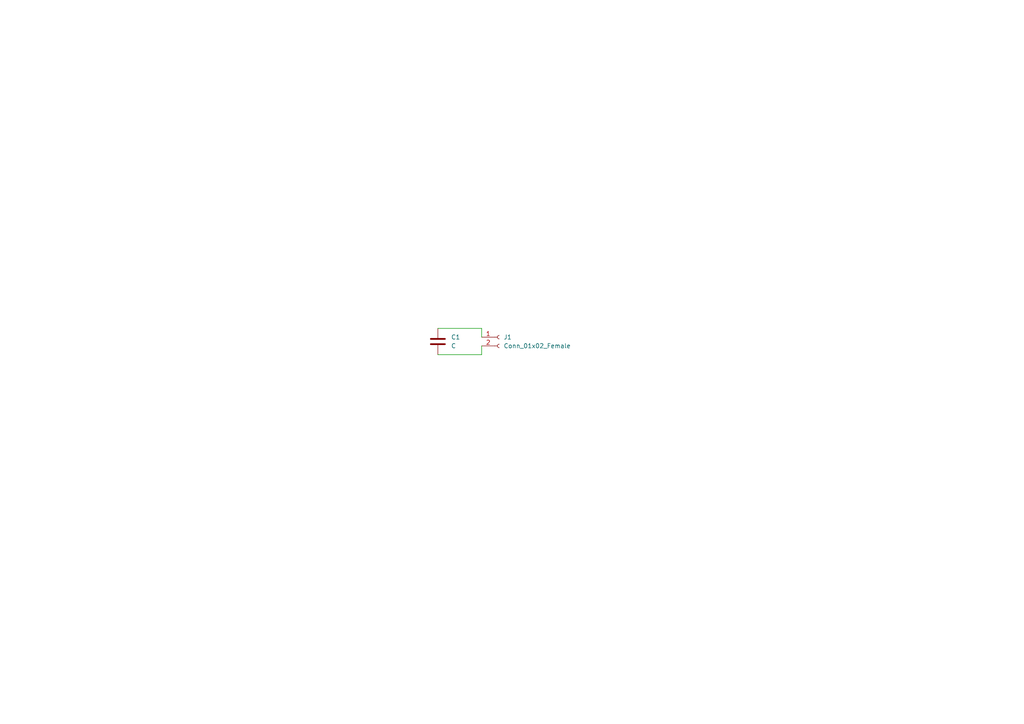
<source format=kicad_sch>
(kicad_sch (version 20211123) (generator eeschema)
  (paper "A4")
  (lib_symbols
    (symbol "Connector:Conn_01x02_Female" (pin_names (offset 1.016) hide)
      (property "Reference" "J" (at 0 2.54 0))
      (property "Value" "Conn_01x02_Female" (at 0 -5.08 0))
      (symbol "Conn_01x02_Female_1_1"
        (arc (start 0 -2.032) (mid -0.508 -2.54) (end 0 -3.048) (stroke (width 0.1524)))
        (polyline (pts (xy -1.27 -2.54) (xy -0.508 -2.54)) (stroke (width 0.1524)))
        (polyline (pts (xy -1.27 0) (xy -0.508 0)) (stroke (width 0.1524)))
        (arc (start 0 0.508) (mid -0.508 0) (end 0 -0.508) (stroke (width 0.1524)))
        (pin passive line (at -5.08 0 0) (length 3.81) (name "Pin_1") (number "1"))
        (pin passive line (at -5.08 -2.54 0) (length 3.81) (name "Pin_2") (number "2"))
      )
    )
    (symbol "Device:C" (pin_numbers hide) (pin_names (offset 0.254))
      (property "Reference" "C" (at 0.635 2.54 0))
      (property "Value" "C" (at 0.635 -2.54 0))
      (symbol "C_0_1"
        (polyline (pts (xy -2.032 -0.762) (xy 2.032 -0.762)) (stroke (width 0.508)))
        (polyline (pts (xy -2.032 0.762) (xy 2.032 0.762)) (stroke (width 0.508)))
      )
      (symbol "C_1_1"
        (pin passive line (at 0 3.81 270) (length 2.794) (name "~") (number "1"))
        (pin passive line (at 0 -3.81 90) (length 2.794) (name "~") (number "2"))
      )
    )
  )
  (wire (pts (xy 127 95.25) (xy 139.7 95.25)))
  (wire (pts (xy 127 102.87) (xy 139.7 102.87)))
  (wire (pts (xy 139.7 95.25) (xy 139.7 97.79)))
  (wire (pts (xy 139.7 102.87) (xy 139.7 100.33)))
  (symbol (lib_id "Connector:Conn_01x02_Female") (at 144.78 97.79 0) (unit 1)
    (property "Reference" "J1" (at 146.05 97.7899 0) (effects (justify left)))
    (property "Value" "Conn_01x02_Female" (at 146.05 100.3299 0) (effects (justify left)))
    (property "Footprint" "Connector_PinHeader_2.54mm:PinHeader_1x02_P2.54mm_Vertical" (effects hide))
  )
  (symbol (lib_id "Device:C") (at 127 99.06 0) (unit 1)
    (property "Reference" "C1" (at 130.81 97.7899 0) (effects (justify left)))
    (property "Value" "C" (at 130.81 100.3299 0) (effects (justify left)))
    (property "Footprint" "Capacitor_THT:CP_Radial_D22.0mm_P10.00mm_SnapIn" (effects hide))
  )
)
</source>
